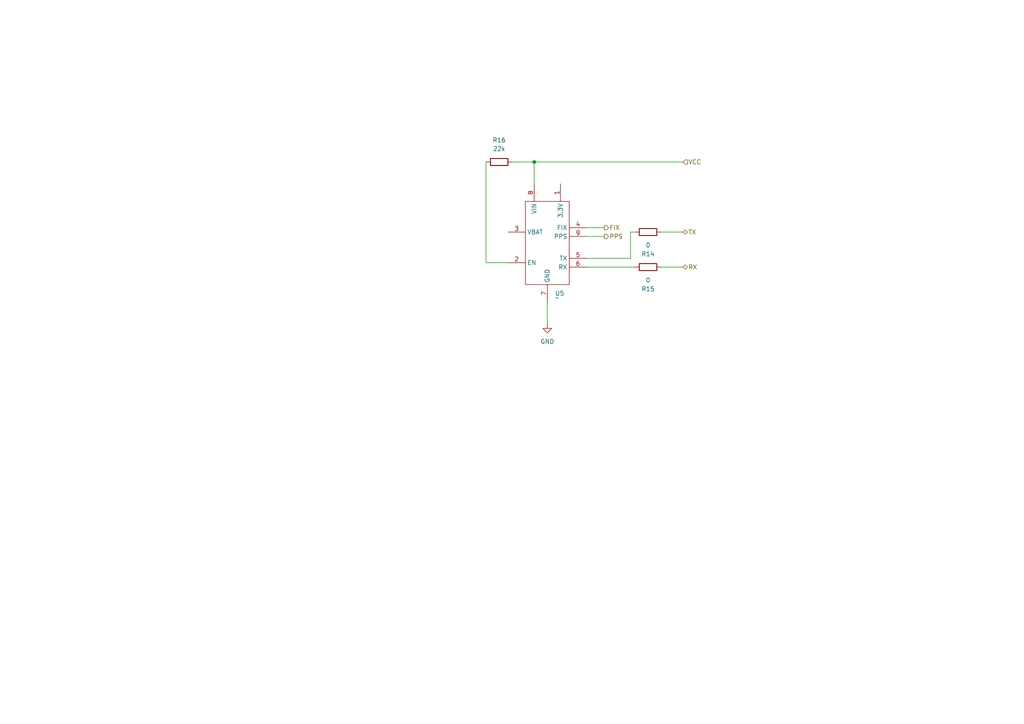
<source format=kicad_sch>
(kicad_sch (version 20231120) (generator "eeschema") (generator_version "8.0")
  (paper "A4")
  (title_block (title "Pouch 2") (date "2024-08-30") (company "Frankfurt University") (comment 2 "Author: Leon Schnieber"))
  (lib_symbols
    (symbol "DEBO_GPS_1"
      (property "Reference" "U" (at 2.794 -0.508 0))
      (symbol "DEBO_GPS_1_0_1"
        (rectangle (start -6.35 25.4) (end 6.35 1.27))
      )
      (symbol "DEBO_GPS_1_1_1"
        (pin power_out line (at 3.81 30.48 270) (length 5.08) (name "3.3V") (number "1"))
        (pin input line (at -11.43 7.62 0) (length 5.08) (name "EN") (number "2"))
        (pin unspecified line (at -11.43 16.51 0) (length 5.08) (name "VBAT") (number "3"))
        (pin output line (at 11.43 17.78 180) (length 5.08) (name "FIX") (number "4"))
        (pin output line (at 11.43 8.89 180) (length 5.08) (name "TX") (number "5"))
        (pin input line (at 11.43 6.35 180) (length 5.08) (name "RX") (number "6"))
        (pin power_in line (at 0 -3.81 90) (length 5.08) (name "GND") (number "7"))
        (pin power_in line (at -3.81 30.48 270) (length 5.08) (name "VIN") (number "8"))
        (pin output line (at 11.43 15.24 180) (length 5.08) (name "PPS") (number "9"))
      )
    )
    (symbol "Device:R" (pin_numbers hide) (pin_names (offset 0))
      (property "Reference" "R" (at 2.032 0 90))
      (property "Value" "R" (at 0 0 90))
      (symbol "R_0_1"
        (rectangle (start -1.016 -2.54) (end 1.016 2.54) (stroke (width 0.254)))
      )
      (symbol "R_1_1"
        (pin passive line (at 0 3.81 270) (length 1.27) (name "~") (number "1"))
        (pin passive line (at 0 -3.81 90) (length 1.27) (name "~") (number "2"))
      )
    )
    (symbol "power:GND" (power) (pin_names (offset 0))
      (property "Value" "GND" (at 0 -3.81 0))
      (symbol "GND_0_1"
        (polyline (pts (xy 0 0) (xy 0 -1.27) (xy 1.27 -1.27) (xy 0 -2.54) (xy -1.27 -1.27) (xy 0 -1.27)))
      )
      (symbol "GND_1_1"
        (pin power_in line (at 0 0 270) (length 0) hide (name "GND") (number "1"))
      )
    )
  )
  (junction (at 154.94 46.99))
  (wire (pts (xy 154.94 46.99) (xy 198.12 46.99)))
  (wire (pts (xy 182.88 67.31) (xy 182.88 74.93)))
  (wire (pts (xy 158.75 87.63) (xy 158.75 93.98)))
  (wire (pts (xy 148.59 46.99) (xy 154.94 46.99)))
  (wire (pts (xy 170.18 77.47) (xy 184.15 77.47)))
  (wire (pts (xy 170.18 68.58) (xy 175.26 68.58)))
  (wire (pts (xy 154.94 46.99) (xy 154.94 53.34)))
  (wire (pts (xy 140.97 76.2) (xy 147.32 76.2)))
  (wire (pts (xy 198.12 67.31) (xy 191.77 67.31)))
  (wire (pts (xy 182.88 67.31) (xy 184.15 67.31)))
  (wire (pts (xy 170.18 66.04) (xy 175.26 66.04)))
  (wire (pts (xy 170.18 74.93) (xy 182.88 74.93)))
  (wire (pts (xy 198.12 77.47) (xy 191.77 77.47)))
  (wire (pts (xy 140.97 46.99) (xy 140.97 76.2)))
  (hierarchical_label "FIX" (shape output) (at 175.26 66.04 0))
  (hierarchical_label "TX" (shape bidirectional) (at 198.12 67.31 0))
  (hierarchical_label "RX" (shape bidirectional) (at 198.12 77.47 0))
  (hierarchical_label "PPS" (shape output) (at 175.26 68.58 0))
  (hierarchical_label "VCC" (shape input) (at 198.12 46.99 0))
  (symbol (lib_id "Device:R") (at 187.96 67.31 270) (unit 1)
    (property "Reference" "R14" (at 187.96 73.66 90))
    (property "Value" "0" (at 187.96 71.12 90))
    (property "Footprint" "Resistor_SMD:R_0815_2038Metric" (effects (hide yes)))
    (property "Description" "Resistor" (effects (hide yes)))
  )
  (symbol (lib_id "power:GND") (at 158.75 93.98 0) (unit 1)
    (property "Reference" "#PWR013" (effects (hide yes)))
    (property "Value" "GND" (at 158.75 99.06 0))
    (property "Description" "Power symbol creates a global label with name \"GND\" , ground" (effects (hide yes)))
  )
  (symbol (lib_id "Device:R") (at 144.78 46.99 90) (unit 1)
    (property "Reference" "R16" (at 144.78 40.64 90))
    (property "Value" "22k" (at 144.78 43.18 90))
    (property "Footprint" "Resistor_SMD:R_0815_2038Metric" (effects (hide yes)))
    (property "Description" "Resistor" (effects (hide yes)))
  )
  (symbol (lib_name "DEBO_GPS_1") (lib_id "SensorBoards:DEBO_GPS") (at 158.75 83.82 0) (unit 1)
    (property "Reference" "U5" (at 160.9441 85.09 0) (effects (justify left)))
    (property "Value" "~" (at 160.9441 86.36 0) (effects (justify left)))
  )
  (symbol (lib_id "Device:R") (at 187.96 77.47 90) (unit 1)
    (property "Reference" "R15" (at 187.96 83.82 90))
    (property "Value" "0" (at 187.96 81.28 90))
    (property "Footprint" "Resistor_SMD:R_0815_2038Metric" (effects (hide yes)))
    (property "Description" "Resistor" (effects (hide yes)))
  )
)
</source>
